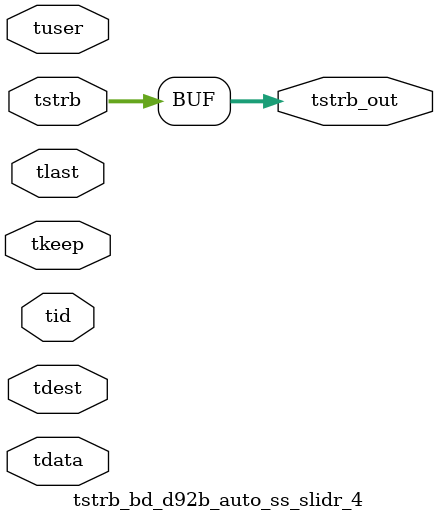
<source format=v>


`timescale 1ps/1ps

module tstrb_bd_d92b_auto_ss_slidr_4 #
(
parameter C_S_AXIS_TDATA_WIDTH = 32,
parameter C_S_AXIS_TUSER_WIDTH = 0,
parameter C_S_AXIS_TID_WIDTH   = 0,
parameter C_S_AXIS_TDEST_WIDTH = 0,
parameter C_M_AXIS_TDATA_WIDTH = 32
)
(
input  [(C_S_AXIS_TDATA_WIDTH == 0 ? 1 : C_S_AXIS_TDATA_WIDTH)-1:0     ] tdata,
input  [(C_S_AXIS_TUSER_WIDTH == 0 ? 1 : C_S_AXIS_TUSER_WIDTH)-1:0     ] tuser,
input  [(C_S_AXIS_TID_WIDTH   == 0 ? 1 : C_S_AXIS_TID_WIDTH)-1:0       ] tid,
input  [(C_S_AXIS_TDEST_WIDTH == 0 ? 1 : C_S_AXIS_TDEST_WIDTH)-1:0     ] tdest,
input  [(C_S_AXIS_TDATA_WIDTH/8)-1:0 ] tkeep,
input  [(C_S_AXIS_TDATA_WIDTH/8)-1:0 ] tstrb,
input                                                                    tlast,
output [(C_M_AXIS_TDATA_WIDTH/8)-1:0 ] tstrb_out
);

assign tstrb_out = {tstrb[7:0]};

endmodule


</source>
